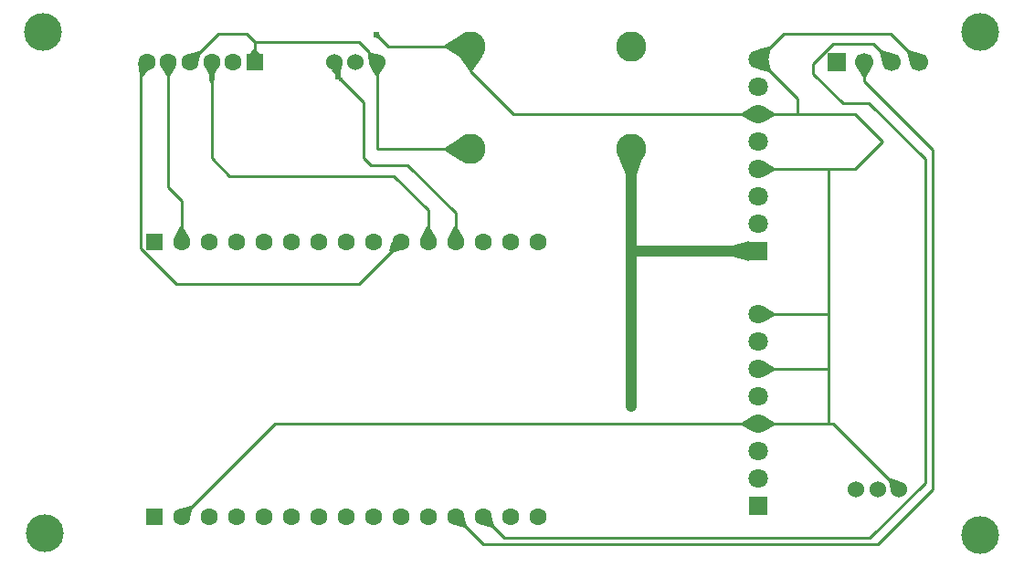
<source format=gtl>
G04 Layer: TopLayer*
G04 EasyEDA Pro v2.2.34.8, 2025-02-09 20:03:56*
G04 Gerber Generator version 0.3*
G04 Scale: 100 percent, Rotated: No, Reflected: No*
G04 Dimensions in millimeters*
G04 Leading zeros omitted, absolute positions, 4 integers and 5 decimals*
%FSLAX45Y45*%
%MOMM*%
%ADD10C,1.6*%
%ADD11R,1.6X1.5748*%
%ADD12C,2.79999*%
%ADD13R,1.8X1.8*%
%ADD14C,1.8*%
%ADD15R,1.7092X1.7*%
%ADD16R,1.7X1.7*%
%ADD17C,1.7*%
%ADD18C,1.524*%
%ADD19R,1.6X1.6*%
%ADD20C,1.0*%
%ADD21C,0.61*%
%ADD22C,3.5*%
%ADD23C,0.254*%
G75*


G04 TearDrop Start*
G36*
G01X4047800Y2935815D02*
G01X4000500Y3018900D01*
G01X3975100Y3018900D01*
G01X3927800Y2935815D01*
G01X4047800Y2935815D01*
G37*
G36*
G01X2899100Y4377564D02*
G01X2928693Y4362360D01*
G01X2946654Y4380320D01*
G01X2931450Y4409914D01*
G01X2899100Y4377564D01*
G37*
G36*
G01X7711312Y4487496D02*
G01X7763622Y4401541D01*
G01X7789022Y4402714D01*
G01X7838676Y4493379D01*
G01X7711312Y4487496D01*
G37*
G36*
G01X3982790Y250357D02*
G01X4074986Y225053D01*
G01X4092947Y243014D01*
G01X4067643Y335210D01*
G01X3982790Y250357D01*
G37*
G36*
G01X3793800Y2935815D02*
G01X3746500Y3018900D01*
G01X3721100Y3018900D01*
G01X3673800Y2935815D01*
G01X3793800Y2935815D01*
G37*
G36*
G01X1703887Y4385944D02*
G01X1714062Y4354268D01*
G01X1739462Y4354268D01*
G01X1749637Y4385944D01*
G01X1703887Y4385944D01*
G37*
G36*
G01X1265601Y4493685D02*
G01X1312901Y4410600D01*
G01X1338301Y4410600D01*
G01X1385600Y4493685D01*
G01X1265601Y4493685D01*
G37*
G36*
G01X1507800Y2935815D02*
G01X1460500Y3018900D01*
G01X1435100Y3018900D01*
G01X1387800Y2935815D01*
G01X1507800Y2935815D01*
G37*
G36*
G01X1749637Y4426292D02*
G01X1739462Y4457968D01*
G01X1714062Y4457968D01*
G01X1703887Y4426292D01*
G01X1749637Y4426292D01*
G37*
G36*
G01X1666375Y4492819D02*
G01X1714062Y4410418D01*
G01X1739462Y4410787D01*
G01X1786362Y4494563D01*
G01X1666375Y4492819D01*
G37*
G36*
G01X1045700Y4550570D02*
G01X1057074Y4423489D01*
G01X1082474Y4398742D01*
G01X1131650Y4466829D01*
G01X1045700Y4550570D01*
G37*
G36*
G01X1045700Y4550570D02*
G01X1057074Y4423489D01*
G01X1082474Y4398742D01*
G01X1131650Y4466829D01*
G01X1045700Y4550570D01*
G37*
G36*
G01X3399957Y2887910D02*
G01X3374653Y2795714D01*
G01X3392614Y2777753D01*
G01X3484810Y2803057D01*
G01X3399957Y2887910D01*
G37*
G36*
G01X2923885Y4428178D02*
G01X2913710Y4459854D01*
G01X2888310Y4459854D01*
G01X2878135Y4428178D01*
G01X2923885Y4428178D01*
G37*
G36*
G01X2838864Y4473596D02*
G01X2888310Y4411163D01*
G01X2913710Y4426997D01*
G01X2935862Y4534061D01*
G01X2838864Y4473596D01*
G37*
G36*
G01X2838864Y4473596D02*
G01X2888310Y4411163D01*
G01X2913710Y4426997D01*
G01X2935862Y4534061D01*
G01X2838864Y4473596D01*
G37*
G36*
G01X6554500Y2844000D02*
G01X6554500Y2744000D01*
G01X6704500Y2704000D01*
G01X6704500Y2884000D01*
G01X6554500Y2844000D01*
G37*
G36*
G01X8031723Y4631433D02*
G01X7933204Y4657757D01*
G01X7915243Y4639796D01*
G01X7941567Y4541277D01*
G01X8031723Y4631433D01*
G37*
G36*
G01X4236790Y250357D02*
G01X4328986Y225053D01*
G01X4346947Y243014D01*
G01X4321643Y335210D01*
G01X4236790Y250357D01*
G37*
G36*
G01X4034899Y3846399D02*
G01X3889500Y3754100D01*
G01X3889500Y3728700D01*
G01X4034899Y3636400D01*
G01X4034899Y3846399D01*
G37*
G36*
G01X3203550Y4496199D02*
G01X3248000Y4417060D01*
G01X3273400Y4417060D01*
G01X3317850Y4496199D01*
G01X3203550Y4496199D01*
G37*
G36*
G01X2138299Y4664700D02*
G01X2112899Y4664700D01*
G01X2081149Y4626600D01*
G01X2170049Y4626600D01*
G01X2138299Y4664700D01*
G37*
G36*
G01X1605443Y4541590D02*
G01X1630747Y4633786D01*
G01X1612786Y4651747D01*
G01X1520590Y4626443D01*
G01X1605443Y4541590D01*
G37*
G36*
G01X3265471Y4622650D02*
G01X3194936Y4630324D01*
G01X3176975Y4612364D01*
G01X3184649Y4541828D01*
G01X3265471Y4622650D01*
G37*
G36*
G01X6854029Y3488500D02*
G01X6947500Y3543300D01*
G01X6947500Y3568700D01*
G01X6854029Y3623500D01*
G01X6854029Y3488500D01*
G37*
G36*
G01X6854029Y2142300D02*
G01X6947500Y2197100D01*
G01X6947500Y2222500D01*
G01X6854029Y2277300D01*
G01X6854029Y2142300D01*
G37*
G36*
G01X4034899Y4796410D02*
G01X3889500Y4704110D01*
G01X3889500Y4678710D01*
G01X4034899Y4586411D01*
G01X4034899Y4796410D01*
G37*
G36*
G01X3248016Y4773316D02*
G01X3277609Y4758112D01*
G01X3295569Y4776073D01*
G01X3280366Y4805666D01*
G01X3248016Y4773316D01*
G37*
G36*
G01X4022500Y4598809D02*
G01X4114800Y4461191D01*
G01X4140200Y4461191D01*
G01X4232500Y4598809D01*
G01X4022500Y4598809D01*
G37*
G36*
G01X6734971Y4131500D02*
G01X6641500Y4076700D01*
G01X6641500Y4051300D01*
G01X6734971Y3996500D01*
G01X6734971Y4131500D01*
G37*
G36*
G01X8104171Y660250D02*
G01X8016781Y684779D01*
G01X7998821Y666818D01*
G01X8023349Y579428D01*
G01X8104171Y660250D01*
G37*
G36*
G01X6854029Y1634300D02*
G01X6947500Y1689100D01*
G01X6947500Y1714500D01*
G01X6854029Y1769300D01*
G01X6854029Y1634300D01*
G37*
G36*
G01X6854029Y1126300D02*
G01X6947500Y1181100D01*
G01X6947500Y1206500D01*
G01X6854029Y1261300D01*
G01X6854029Y1126300D01*
G37*
G36*
G01X8285723Y4631433D02*
G01X8187204Y4657757D01*
G01X8169243Y4639796D01*
G01X8195567Y4541277D01*
G01X8285723Y4631433D01*
G37*
G36*
G01X6884323Y4566364D02*
G01X6911667Y4671207D01*
G01X6893707Y4689167D01*
G01X6788864Y4661823D01*
G01X6884323Y4566364D01*
G37*
G36*
G01X6788864Y4482177D02*
G01X6893707Y4454833D01*
G01X6911667Y4472793D01*
G01X6884323Y4577636D01*
G01X6788864Y4482177D01*
G37*
G36*
G01X6854029Y3996500D02*
G01X6947500Y4051300D01*
G01X6947500Y4076700D01*
G01X6854029Y4131500D01*
G01X6854029Y3996500D01*
G37*
G36*
G01X6734971Y1261300D02*
G01X6641500Y1206500D01*
G01X6641500Y1181100D01*
G01X6734971Y1126300D01*
G01X6734971Y1261300D01*
G37*
G36*
G01X1527643Y325190D02*
G01X1552947Y417386D01*
G01X1534986Y435347D01*
G01X1442790Y410043D01*
G01X1527643Y325190D01*
G37*
G36*
G01X5508400Y3648799D02*
G01X5563400Y3503400D01*
G01X5663400Y3503400D01*
G01X5718400Y3648799D01*
G01X5508400Y3648799D01*
G37*
G04 TearDrop End*

G04 Pad Start*
G54D10*
G01X4749800Y2882900D03*
G01X4495800Y2882900D03*
G01X4241800Y2882900D03*
G01X3987800Y2882900D03*
G01X3733800Y2882900D03*
G01X3479800Y2882900D03*
G01X3225800Y2882900D03*
G01X2971800Y2882900D03*
G01X2717800Y2882900D03*
G01X2463800Y2882900D03*
G01X2209800Y2882900D03*
G01X1955800Y2882900D03*
G01X1701800Y2882900D03*
G01X1447800Y2882900D03*
G54D11*
G01X1193800Y2882900D03*
G54D10*
G01X4749800Y330200D03*
G01X4495800Y330200D03*
G01X4241800Y330200D03*
G01X3987800Y330200D03*
G01X3733800Y330200D03*
G01X3479800Y330200D03*
G01X3225800Y330200D03*
G01X2971800Y330200D03*
G01X2717800Y330200D03*
G01X2463800Y330200D03*
G01X2209800Y330200D03*
G01X1955800Y330200D03*
G01X1701800Y330200D03*
G01X1447800Y330200D03*
G54D11*
G01X1193800Y330200D03*
G54D12*
G01X5613400Y3741400D03*
G01X5613400Y4691410D03*
G54D13*
G01X6794500Y2794000D03*
G54D14*
G01X6794500Y3048000D03*
G01X6794500Y3302000D03*
G01X6794500Y3556000D03*
G01X6794500Y3810000D03*
G01X6794500Y4064000D03*
G01X6794500Y4318000D03*
G01X6794500Y4572000D03*
G54D13*
G01X6794500Y431800D03*
G54D14*
G01X6794500Y685800D03*
G01X6794500Y939800D03*
G01X6794500Y1193800D03*
G01X6794500Y1447800D03*
G01X6794500Y1701800D03*
G01X6794500Y1955800D03*
G01X6794500Y2209800D03*
G54D16*
G01X7518400Y4546600D03*
G54D17*
G01X7772400Y4546600D03*
G01X8026400Y4546600D03*
G01X8280400Y4546600D03*
G54D18*
G01X3260700Y4546600D03*
G01X3060700Y4546600D03*
G01X2860700Y4546600D03*
G54D10*
G01X1125601Y4546600D03*
G01X1325601Y4546600D03*
G01X1525600Y4546600D03*
G01X1725600Y4546600D03*
G01X1925599Y4546600D03*
G54D19*
G01X2125599Y4546600D03*
G54D18*
G01X8099400Y584200D03*
G01X7899400Y584200D03*
G01X7699400Y584200D03*
G54D12*
G01X4127500Y3741400D03*
G01X4127500Y4691410D03*
G04 Pad End*

G04 Via Start*
G54D20*
G01X5613400Y1358900D03*
G54D21*
G01X1726762Y4406118D03*
G01X2901010Y4408004D03*
G01X3249926Y4803756D03*
G01X8851900Y165100D03*
G01X8851900Y4826000D03*
G01X177800Y177800D03*
G01X165100Y4826000D03*
G54D22*
G01X8851900Y165100D03*
G01X8851900Y4826000D03*
G01X177800Y177800D03*
G01X165100Y4826000D03*
G04 Via End*

G04 Track Start*
G54D23*
G01X3543300Y3594100D02*
G01X3987800Y3149600D01*
G01X3200400Y3594100D02*
G01X3543300Y3594100D01*
G01X3987800Y3149600D02*
G01X3987800Y2882900D01*
G01X3136900Y3657600D02*
G01X3200400Y3594100D01*
G01X3136900Y4172114D02*
G01X3136900Y3657600D01*
G01X2901010Y4408004D02*
G01X3136900Y4172114D01*
G54D20*
G01X5613400Y2794000D02*
G01X5613400Y1358900D01*
G54D23*
G01X7776322Y4364878D02*
G01X7776322Y4542678D01*
G01X7899400Y76200D02*
G01X8407400Y584200D01*
G01X4241800Y76200D02*
G01X7899400Y76200D01*
G01X8407400Y3733800D02*
G01X7776322Y4364878D01*
G01X8407400Y584200D02*
G01X8407400Y3733800D01*
G01X3987800Y330200D02*
G01X4241800Y76200D01*
G01X2125599Y4729229D02*
G01X3094641Y4729229D01*
G01X1726762Y3658038D02*
G01X1892300Y3492500D01*
G01X3733800Y3175000D02*
G01X3733800Y2882900D01*
G01X3416300Y3492500D02*
G01X3733800Y3175000D01*
G01X1892300Y3492500D02*
G01X3416300Y3492500D01*
G01X1726762Y4406118D02*
G01X1726762Y3658038D01*
G01X1325601Y3386099D02*
G01X1325601Y4546600D01*
G01X1325601Y3386099D02*
G01X1447800Y3263900D01*
G01X1447800Y2882900D02*
G01X1447800Y3263900D01*
G01X1726762Y4545438D02*
G01X1725600Y4546600D01*
G01X1726762Y4406118D02*
G01X1726762Y4545438D01*
G01X1069774Y4490773D02*
G01X1125601Y4546600D01*
G01X1069774Y2817707D02*
G01X1069774Y4490773D01*
G01X1394639Y2492841D02*
G01X1069774Y2817707D01*
G01X3089741Y2492841D02*
G01X1394639Y2492841D01*
G01X3479800Y2882900D02*
G01X3089741Y2492841D01*
G01X2901010Y4506290D02*
G01X2860700Y4546600D01*
G01X2901010Y4408004D02*
G01X2901010Y4506290D01*
G54D20*
G01X5613400Y2794000D02*
G01X6794500Y2794000D01*
G54D23*
G01X7776322Y4542678D02*
G01X7772400Y4546600D01*
G01X7859798Y4713202D02*
G01X8026400Y4546600D01*
G01X7484522Y4713202D02*
G01X7859798Y4713202D01*
G01X7301961Y4530641D02*
G01X7484522Y4713202D01*
G01X7301961Y4439966D02*
G01X7301961Y4530641D01*
G01X7575197Y4166730D02*
G01X7301961Y4439966D01*
G01X7819802Y4166730D02*
G01X7575197Y4166730D01*
G01X8337643Y3648889D02*
G01X7819802Y4166730D01*
G01X8337643Y642333D02*
G01X8337643Y3648889D01*
G01X7828067Y132758D02*
G01X8337643Y642333D01*
G01X4439242Y132758D02*
G01X7828067Y132758D01*
G01X4241800Y330200D02*
G01X4439242Y132758D01*
G01X3260700Y3741400D02*
G01X4127500Y3741400D01*
G01X3260700Y4546600D02*
G01X3260700Y3741400D01*
G01X2125599Y4729229D02*
G01X2125599Y4546600D01*
G01X2049186Y4805642D02*
G01X2125599Y4729229D01*
G01X1784642Y4805642D02*
G01X2049186Y4805642D01*
G01X1525600Y4546600D02*
G01X1784642Y4805642D01*
G01X3185956Y4621344D02*
G01X3260700Y4546600D01*
G01X3185956Y4637915D02*
G01X3185956Y4621344D01*
G01X3094641Y4729229D02*
G01X3185956Y4637915D01*
G01X7443054Y3556000D02*
G01X6794500Y3556000D01*
G01X7692456Y4064000D02*
G01X7157822Y4064000D01*
G01X7946456Y3810000D02*
G01X7692456Y4064000D01*
G01X7692456Y3556000D02*
G01X7946456Y3810000D01*
G01X7443054Y3556000D02*
G01X7692456Y3556000D01*
G01X7443054Y2209800D02*
G01X6794500Y2209800D01*
G01X7443054Y2209800D02*
G01X7443054Y3556000D01*
G01X3362271Y4691410D02*
G01X4127500Y4691410D01*
G01X3249926Y4803756D02*
G01X3362271Y4691410D01*
G01X4127500Y4461191D02*
G01X4127500Y4691410D01*
G01X4524691Y4064000D02*
G01X4127500Y4461191D01*
G01X6794500Y4064000D02*
G01X4524691Y4064000D01*
G01X7443054Y1193800D02*
G01X7443054Y1701800D01*
G01X7489800Y1193800D02*
G01X8099400Y584200D01*
G01X7443054Y1193800D02*
G01X7489800Y1193800D01*
G01X7443054Y1701800D02*
G01X6794500Y1701800D01*
G01X7443054Y1701800D02*
G01X7443054Y2209800D01*
G01X6794500Y1193800D02*
G01X7443054Y1193800D01*
G01X8018876Y4808124D02*
G01X8280400Y4546600D01*
G01X7030624Y4808124D02*
G01X8018876Y4808124D01*
G01X6794500Y4572000D02*
G01X7030624Y4808124D01*
G01X7157822Y4208678D02*
G01X6794500Y4572000D01*
G01X7157822Y4064000D02*
G01X7157822Y4208678D01*
G01X6794500Y4064000D02*
G01X7157822Y4064000D01*
G01X2311400Y1193800D02*
G01X6794500Y1193800D01*
G01X1447800Y330200D02*
G01X2311400Y1193800D01*
G54D20*
G01X5613400Y3741400D02*
G01X5613400Y2794000D01*
G04 Track End*

M02*


</source>
